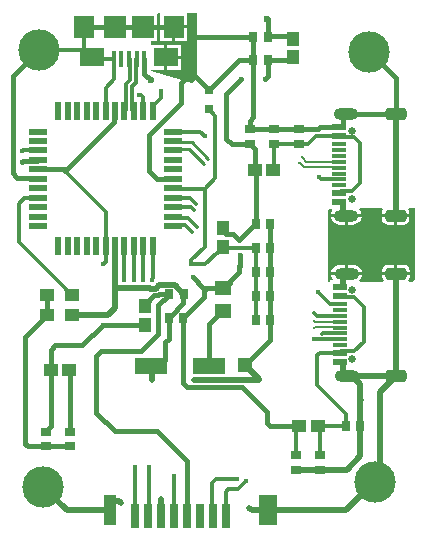
<source format=gtl>
G04*
G04 #@! TF.GenerationSoftware,Altium Limited,Altium Designer,23.4.1 (23)*
G04*
G04 Layer_Physical_Order=1*
G04 Layer_Color=255*
%FSLAX44Y44*%
%MOMM*%
G71*
G04*
G04 #@! TF.SameCoordinates,D1F9F651-E120-4EB1-B4AC-D2E1D016148F*
G04*
G04*
G04 #@! TF.FilePolarity,Positive*
G04*
G01*
G75*
%ADD10C,0.2500*%
%ADD11C,0.3000*%
%ADD12C,0.2000*%
%ADD14C,0.2540*%
%ADD15R,1.2000X1.2000*%
%ADD16R,2.7000X1.4000*%
%ADD17R,0.7000X2.0000*%
%ADD18R,1.5000X2.6000*%
%ADD19R,1.0000X2.6000*%
%ADD20R,1.1500X0.3000*%
%ADD21R,1.3000X1.1000*%
%ADD22R,0.4000X1.3500*%
%ADD23R,2.1000X1.6000*%
%ADD24R,1.8000X1.9000*%
%ADD25R,1.9000X1.9000*%
%ADD26R,1.1500X0.6000*%
%ADD27R,1.3061X1.0582*%
%ADD28R,0.5500X1.5000*%
%ADD29R,1.5000X0.5500*%
%ADD30R,1.4500X1.2000*%
%ADD31R,0.8000X0.8000*%
%ADD32R,0.8121X0.7581*%
%ADD33R,0.7581X0.8121*%
%ADD34R,1.0582X1.3061*%
%ADD50C,0.5000*%
%ADD51C,0.4000*%
G04:AMPARAMS|DCode=52|XSize=1.8mm|YSize=1mm|CornerRadius=0.25mm|HoleSize=0mm|Usage=FLASHONLY|Rotation=180.000|XOffset=0mm|YOffset=0mm|HoleType=Round|Shape=RoundedRectangle|*
%AMROUNDEDRECTD52*
21,1,1.8000,0.5000,0,0,180.0*
21,1,1.3000,1.0000,0,0,180.0*
1,1,0.5000,-0.6500,0.2500*
1,1,0.5000,0.6500,0.2500*
1,1,0.5000,0.6500,-0.2500*
1,1,0.5000,-0.6500,-0.2500*
%
%ADD52ROUNDEDRECTD52*%
%ADD53O,2.1000X1.0000*%
%ADD54C,0.6500*%
%ADD55C,3.5000*%
%ADD56C,0.5000*%
%ADD57C,0.4000*%
%ADD58C,0.3000*%
%ADD59C,0.6000*%
G36*
X1551940Y786638D02*
X1552554D01*
Y776224D01*
X1575634D01*
Y786638D01*
X1583436D01*
Y731774D01*
X1579118Y727456D01*
X1544574Y737616D01*
Y738914D01*
X1555824D01*
Y749454D01*
Y759994D01*
X1544574D01*
Y762914D01*
X1550134D01*
Y773684D01*
X1538094D01*
Y776224D01*
X1550134D01*
Y785848D01*
X1551432Y787146D01*
X1551940Y786638D01*
D02*
G37*
G36*
X1768602Y561340D02*
X1766570Y559308D01*
X1763224D01*
X1762577Y560578D01*
X1763340Y561720D01*
X1763731Y563686D01*
Y564916D01*
X1752092D01*
Y566186D01*
D01*
Y564916D01*
X1740453D01*
Y563686D01*
X1740844Y561720D01*
X1741607Y560578D01*
X1740961Y559308D01*
X1721301D01*
X1720869Y560578D01*
X1721170Y560808D01*
X1722378Y562383D01*
X1723138Y564218D01*
X1723230Y564916D01*
X1710292D01*
Y566186D01*
D01*
Y564916D01*
X1697354D01*
X1697446Y564218D01*
X1698206Y562383D01*
X1698657Y561796D01*
X1698030Y560526D01*
X1696252D01*
Y559308D01*
X1694434D01*
X1694182Y620025D01*
X1695266Y620968D01*
X1695998Y620828D01*
Y620828D01*
X1697776D01*
X1698403Y619558D01*
X1697952Y618970D01*
X1697192Y617136D01*
X1697100Y616438D01*
X1710038D01*
X1722976D01*
X1722884Y617136D01*
X1722124Y618970D01*
X1720934Y620522D01*
X1720949Y620635D01*
X1721378Y621792D01*
X1740505D01*
X1741183Y620522D01*
X1740590Y619635D01*
X1740199Y617668D01*
Y616438D01*
X1751838D01*
X1763477D01*
Y617668D01*
X1763086Y619635D01*
X1762493Y620522D01*
X1763171Y621792D01*
X1768602D01*
Y561340D01*
D02*
G37*
%LPC*%
G36*
X1575634Y773684D02*
X1565364D01*
Y762914D01*
X1575634D01*
Y773684D01*
D02*
G37*
G36*
X1562824D02*
X1552554D01*
Y762914D01*
X1562824D01*
Y773684D01*
D02*
G37*
G36*
X1570134Y759994D02*
X1558364D01*
Y750724D01*
X1570134D01*
Y759994D01*
D02*
G37*
G36*
Y748184D02*
X1558364D01*
Y738914D01*
X1570134D01*
Y748184D01*
D02*
G37*
G36*
X1722976Y613898D02*
X1711308D01*
Y607563D01*
X1715538D01*
X1717506Y607822D01*
X1719341Y608582D01*
X1720916Y609790D01*
X1722124Y611366D01*
X1722884Y613200D01*
X1722976Y613898D01*
D02*
G37*
G36*
X1708768D02*
X1697100D01*
X1697192Y613200D01*
X1697952Y611366D01*
X1699160Y609790D01*
X1700735Y608582D01*
X1702570Y607822D01*
X1704538Y607563D01*
X1708768D01*
Y613898D01*
D02*
G37*
G36*
X1763477D02*
X1753108D01*
Y607529D01*
X1758338D01*
X1760305Y607920D01*
X1761972Y609034D01*
X1763086Y610701D01*
X1763477Y612668D01*
Y613898D01*
D02*
G37*
G36*
X1750568D02*
X1740199D01*
Y612668D01*
X1740590Y610701D01*
X1741704Y609034D01*
X1743371Y607920D01*
X1745338Y607529D01*
X1750568D01*
Y613898D01*
D02*
G37*
G36*
X1758592Y573825D02*
X1753362D01*
Y567456D01*
X1763731D01*
Y568686D01*
X1763340Y570653D01*
X1762226Y572320D01*
X1760558Y573433D01*
X1758592Y573825D01*
D02*
G37*
G36*
X1715792Y573791D02*
X1711562D01*
Y567456D01*
X1723230D01*
X1723138Y568154D01*
X1722378Y569989D01*
X1721170Y571564D01*
X1719595Y572772D01*
X1717760Y573532D01*
X1715792Y573791D01*
D02*
G37*
G36*
X1750822Y573825D02*
X1745592D01*
X1743625Y573433D01*
X1741958Y572320D01*
X1740844Y570653D01*
X1740453Y568686D01*
Y567456D01*
X1750822D01*
Y573825D01*
D02*
G37*
G36*
X1709022Y573791D02*
X1704792D01*
X1702824Y573532D01*
X1700990Y572772D01*
X1699414Y571564D01*
X1698206Y569989D01*
X1697446Y568154D01*
X1697354Y567456D01*
X1709022D01*
Y573791D01*
D02*
G37*
%LPD*%
D10*
X1563220Y670430D02*
X1564450Y671660D01*
X1576748D02*
X1589028Y659380D01*
X1563220Y678430D02*
X1564450Y677200D01*
X1589028Y659380D02*
X1589278Y659130D01*
X1589028Y659380D02*
Y659380D01*
X1564450Y671660D02*
X1576748D01*
X1564450Y677200D02*
X1579043D01*
X1593195Y663047D01*
D11*
X1522094Y589304D02*
X1522220Y589430D01*
X1522094Y560704D02*
Y589304D01*
X1521968Y560578D02*
X1522094Y560704D01*
X1530158Y560640D02*
Y589368D01*
X1530220Y589430D01*
X1530096Y560578D02*
X1530158Y560640D01*
X1538220Y589430D02*
X1538222Y589428D01*
Y560834D02*
Y589428D01*
Y560834D02*
X1538224Y560832D01*
X1546286Y562053D02*
Y589364D01*
X1545590Y561357D02*
X1546286Y562053D01*
X1545590Y561086D02*
Y561357D01*
X1575757Y613200D02*
X1583591Y605366D01*
X1564450Y613200D02*
X1575757D01*
X1573463Y607660D02*
X1579674Y601449D01*
X1564450Y607660D02*
X1573463D01*
X1563220Y606430D02*
X1564450Y607660D01*
X1563220Y614430D02*
X1564450Y613200D01*
X1690236Y515486D02*
X1704542D01*
X1689862Y515112D02*
X1690236Y515486D01*
X1685156Y530486D02*
X1704542D01*
X1683004Y532638D02*
X1685156Y530486D01*
X1577592Y630430D02*
X1582674Y625348D01*
X1563220Y630430D02*
X1577592D01*
X1563220Y622430D02*
X1578480D01*
X1581150Y619760D01*
X1696238Y540486D02*
X1704542D01*
X1686497Y550227D02*
X1696238Y540486D01*
X1546220Y589430D02*
X1546286Y589364D01*
X1578864Y574294D02*
Y577596D01*
X1435354Y669798D02*
X1435625D01*
X1436221Y670394D01*
X1449184D01*
X1432814Y593298D02*
Y625369D01*
X1448565Y629775D02*
X1449220Y630430D01*
X1437220Y629775D02*
X1448565D01*
X1432814Y625369D02*
X1437220Y629775D01*
X1477112Y548000D02*
X1478112D01*
X1473112Y552000D02*
X1477112Y548000D01*
X1473112Y552000D02*
Y553000D01*
X1432814Y593298D02*
X1473112Y553000D01*
X1531070Y360680D02*
X1531218Y360828D01*
Y402442D01*
X1531366Y402590D01*
X1543113Y402145D02*
X1543304Y402336D01*
X1542070Y360680D02*
X1543113Y361723D01*
Y402145D01*
X1564070Y360680D02*
X1564101Y360711D01*
Y394431D01*
X1564132Y394462D01*
X1506220Y589430D02*
Y618238D01*
X1471550Y652908D02*
X1506220Y618238D01*
X1471550Y652908D02*
Y654430D01*
X1538220Y703430D02*
Y715331D01*
X1534922Y717550D02*
X1535113Y717359D01*
X1536192D02*
X1538220Y715331D01*
X1535113Y717359D02*
X1536192D01*
X1682804Y510486D02*
X1704542D01*
X1682750Y510540D02*
X1682804Y510486D01*
X1704418Y499110D02*
X1705688Y500380D01*
X1716786D01*
X1724660Y508254D02*
Y538226D01*
X1716786Y500380D02*
X1724660Y508254D01*
X1704542Y546986D02*
X1705392Y546136D01*
X1716750D01*
X1724660Y538226D01*
X1546220Y703430D02*
Y708180D01*
X1553019Y714979D01*
Y720407D01*
X1553210Y720598D01*
X1704288Y682368D02*
X1705138Y681518D01*
X1716750D01*
X1721612Y676656D01*
Y642874D02*
Y676656D01*
X1714538Y635800D02*
X1721612Y642874D01*
X1704288Y634368D02*
X1705720Y635800D01*
X1714538D01*
X1590531Y682244D02*
X1590802D01*
X1586345Y686430D02*
X1590531Y682244D01*
X1563220Y686430D02*
X1586345D01*
X1590040Y637794D02*
X1599184Y646938D01*
X1593596Y705236D02*
X1599184Y699648D01*
Y646938D02*
Y699648D01*
X1688900Y645868D02*
X1704288D01*
X1686814Y647954D02*
X1688900Y645868D01*
X1506220Y576326D02*
Y589430D01*
X1504188Y574294D02*
X1506220Y576326D01*
X1449184Y670394D02*
X1449220Y670430D01*
X1590040Y588772D02*
Y637794D01*
X1578864Y577596D02*
X1590040Y588772D01*
X1605280Y587759D02*
Y588998D01*
X1601489Y583968D02*
X1605280Y587759D01*
X1600250Y583968D02*
X1601489D01*
X1590576Y574294D02*
X1600250Y583968D01*
X1578864Y574294D02*
X1590576D01*
X1687830Y499110D02*
X1704418D01*
X1685544Y471424D02*
Y496824D01*
X1687830Y499110D01*
X1709500Y437388D02*
Y447468D01*
X1685544Y471424D02*
X1709500Y447468D01*
X1610339Y383540D02*
X1618488D01*
X1608070Y360680D02*
Y381271D01*
X1610339Y383540D01*
X1618488D02*
X1625346Y390398D01*
X1596644Y361106D02*
X1597070Y360680D01*
X1596644Y361106D02*
Y388874D01*
X1599946Y392176D01*
X1617218D01*
X1648460Y654417D02*
Y675720D01*
X1684144Y682368D02*
X1704288D01*
X1677496Y675720D02*
X1684144Y682368D01*
X1670050Y675720D02*
X1677496D01*
X1648460D02*
X1670050D01*
X1648093Y654050D02*
X1648460Y654417D01*
X1563220Y638430D02*
X1563856Y637794D01*
X1590040D01*
X1488094Y755954D02*
X1488398Y755650D01*
X1488898D01*
X1449578D02*
X1488398D01*
X1488898D02*
X1495094Y749454D01*
X1488094Y755954D02*
Y774954D01*
X1496344Y748204D02*
X1513094D01*
X1495094Y749454D02*
X1496344Y748204D01*
X1513078Y748188D02*
X1513094Y748204D01*
X1513078Y730504D02*
Y748188D01*
X1506220Y703430D02*
Y723646D01*
X1513078Y730504D01*
X1528990Y724730D02*
X1532114Y727854D01*
Y747724D01*
X1528990Y704660D02*
X1530220Y703430D01*
X1528990Y704660D02*
Y724730D01*
X1526574Y730149D02*
Y747724D01*
X1526094Y748204D02*
X1526574Y747724D01*
X1532114D02*
X1532594Y748204D01*
X1523450Y704660D02*
Y727025D01*
X1526574Y730149D01*
X1522220Y703430D02*
X1523450Y704660D01*
X1606268Y588010D02*
X1633220D01*
X1633260Y567730D02*
X1633300Y567690D01*
X1633260Y567730D02*
Y587970D01*
X1633220Y588010D02*
X1633260Y587970D01*
X1633300Y547370D02*
Y567690D01*
Y527050D02*
Y547370D01*
X1667868Y412698D02*
Y434980D01*
X1670276Y437388D01*
X1685798D02*
X1709500D01*
X1688188Y412778D02*
Y434998D01*
D12*
X1683021Y520192D02*
X1683521Y520692D01*
X1693909Y525232D02*
X1693932Y525256D01*
X1682750Y525732D02*
X1683021D01*
X1693932Y525256D02*
X1704312D01*
X1695789Y520692D02*
X1695813Y520716D01*
X1683521Y520692D02*
X1695789D01*
X1682750Y520192D02*
X1683021D01*
X1683521Y525232D02*
X1693909D01*
X1683021Y525732D02*
X1683521Y525232D01*
X1704312Y525256D02*
X1704542Y525486D01*
X1695813Y520716D02*
X1704312D01*
X1704542Y520486D01*
X1670241Y659447D02*
X1670981D01*
X1704058Y656098D02*
X1704288Y655868D01*
X1670981Y659447D02*
X1674329Y656098D01*
X1704058D01*
X1670050Y659638D02*
X1670241Y659447D01*
X1676210Y660638D02*
X1704058D01*
X1673035Y663812D02*
X1676210Y660638D01*
X1673035Y663812D02*
Y664527D01*
X1672844Y664718D02*
X1673035Y664527D01*
X1704058Y660638D02*
X1704288Y660868D01*
D14*
X1685798Y437388D02*
X1688188Y434998D01*
D15*
X1624570Y488680D02*
D03*
D16*
X1545070Y487680D02*
D03*
X1594070D02*
D03*
D17*
X1608070Y360680D02*
D03*
X1597070D02*
D03*
X1586070D02*
D03*
X1575070D02*
D03*
X1564070D02*
D03*
X1553070D02*
D03*
X1542070D02*
D03*
X1531070D02*
D03*
D18*
X1643570Y365680D02*
D03*
D19*
X1510070D02*
D03*
D20*
X1704288Y655868D02*
D03*
X1704542Y525486D02*
D03*
Y520486D02*
D03*
Y530486D02*
D03*
Y535486D02*
D03*
Y540486D02*
D03*
Y515486D02*
D03*
Y510486D02*
D03*
Y505486D02*
D03*
X1704288Y660868D02*
D03*
Y665868D02*
D03*
Y670868D02*
D03*
Y675868D02*
D03*
Y650868D02*
D03*
Y645868D02*
D03*
Y640868D02*
D03*
D21*
X1457112Y548000D02*
D03*
X1478112D02*
D03*
Y531500D02*
D03*
X1457112D02*
D03*
D22*
X1526094Y748204D02*
D03*
X1532594D02*
D03*
X1519594D02*
D03*
X1539094D02*
D03*
X1513094D02*
D03*
D23*
X1557094Y749454D02*
D03*
X1495094D02*
D03*
D24*
X1564094Y774954D02*
D03*
X1488094D02*
D03*
D25*
X1538094D02*
D03*
X1514094D02*
D03*
D26*
X1704542Y490986D02*
D03*
Y554986D02*
D03*
Y498986D02*
D03*
Y546986D02*
D03*
X1704288Y626368D02*
D03*
Y690368D02*
D03*
Y634368D02*
D03*
Y682368D02*
D03*
D27*
X1475373Y484378D02*
D03*
X1459851D02*
D03*
X1670276Y437388D02*
D03*
X1685798D02*
D03*
X1632571Y654050D02*
D03*
X1648093D02*
D03*
D28*
X1466220Y703430D02*
D03*
X1474220D02*
D03*
X1482220D02*
D03*
X1490220D02*
D03*
X1498220D02*
D03*
X1506220D02*
D03*
X1514220D02*
D03*
X1522220D02*
D03*
X1530220D02*
D03*
X1538220D02*
D03*
X1546220D02*
D03*
Y589430D02*
D03*
X1538220D02*
D03*
X1530220D02*
D03*
X1522220D02*
D03*
X1514220D02*
D03*
X1506220D02*
D03*
X1498220D02*
D03*
X1490220D02*
D03*
X1482220D02*
D03*
X1474220D02*
D03*
X1466220D02*
D03*
D29*
X1563220Y686430D02*
D03*
Y678430D02*
D03*
Y670430D02*
D03*
Y662430D02*
D03*
Y654430D02*
D03*
Y646430D02*
D03*
Y638430D02*
D03*
Y630430D02*
D03*
Y622430D02*
D03*
Y614430D02*
D03*
Y606430D02*
D03*
X1449220D02*
D03*
Y614430D02*
D03*
Y622430D02*
D03*
Y630430D02*
D03*
Y638430D02*
D03*
Y646430D02*
D03*
Y654430D02*
D03*
Y662430D02*
D03*
Y670430D02*
D03*
Y678430D02*
D03*
Y686430D02*
D03*
D30*
X1606042Y554322D02*
D03*
Y534322D02*
D03*
D31*
X1593596Y721736D02*
D03*
Y705236D02*
D03*
D32*
X1667868Y412698D02*
D03*
Y400158D02*
D03*
X1455428Y432320D02*
D03*
Y419780D02*
D03*
X1475748Y432400D02*
D03*
Y419860D02*
D03*
X1670050Y675720D02*
D03*
Y688260D02*
D03*
X1648460Y675720D02*
D03*
Y688260D02*
D03*
X1628140Y675720D02*
D03*
Y688260D02*
D03*
X1688188Y412778D02*
D03*
Y400238D02*
D03*
D33*
X1633300Y527050D02*
D03*
X1645840D02*
D03*
X1633300Y547370D02*
D03*
X1645840D02*
D03*
X1633300Y567690D02*
D03*
X1645840D02*
D03*
X1633220Y588010D02*
D03*
X1645760D02*
D03*
X1633300Y608330D02*
D03*
X1645840D02*
D03*
X1559720Y548640D02*
D03*
X1572260D02*
D03*
X1572180Y528320D02*
D03*
X1559640D02*
D03*
X1643808Y766826D02*
D03*
X1631268D02*
D03*
X1643808Y747268D02*
D03*
X1631268D02*
D03*
X1709500Y437388D02*
D03*
X1722040D02*
D03*
D34*
X1605280Y604520D02*
D03*
Y588998D02*
D03*
X1539240Y522958D02*
D03*
Y538480D02*
D03*
X1664970Y749667D02*
D03*
Y765189D02*
D03*
D50*
X1738630Y394462D02*
Y466324D01*
X1752092Y479786D01*
X1709848Y365680D02*
X1738630Y394462D01*
X1714853Y479786D02*
X1752092D01*
X1624570Y488680D02*
X1636014Y477236D01*
Y475996D02*
Y477236D01*
X1545070Y487680D02*
X1545590Y487160D01*
Y475996D02*
Y487160D01*
X1581150Y475996D02*
X1636014D01*
X1722040Y437388D02*
Y472599D01*
X1514220Y553720D02*
Y589430D01*
Y537336D02*
Y553720D01*
X1572243Y548623D02*
Y548927D01*
X1551531Y556201D02*
X1564969D01*
X1544074Y553300D02*
X1548630D01*
X1514220Y553720D02*
X1543654D01*
X1548630Y553300D02*
X1551531Y556201D01*
X1564969D02*
X1572243Y548927D01*
X1543654Y553720D02*
X1544074Y553300D01*
X1629998Y365680D02*
X1643570D01*
X1627886Y367792D02*
X1629998Y365680D01*
X1512570Y373634D02*
X1517650D01*
X1519428Y371856D01*
X1510070Y365680D02*
Y371134D01*
X1512570Y373634D01*
X1552956Y360794D02*
X1553070Y360680D01*
X1552956Y360794D02*
Y374904D01*
X1752092Y479786D02*
Y566186D01*
X1751838Y615168D02*
Y701568D01*
X1704288Y626368D02*
X1706663D01*
X1707163Y625868D01*
Y617478D02*
Y625868D01*
Y617478D02*
X1709473Y615168D01*
X1710038D01*
X1704542Y554986D02*
X1706917D01*
X1707417Y555486D01*
Y563876D01*
X1709727Y566186D01*
X1710292D01*
X1478112Y531500D02*
X1508384D01*
X1514220Y537336D01*
X1709727Y479786D02*
X1710292D01*
X1707417Y482096D02*
X1709727Y479786D01*
X1707417Y482096D02*
Y490486D01*
X1706917Y490986D02*
X1707417Y490486D01*
X1704542Y490986D02*
X1706917D01*
X1473534Y365680D02*
X1510070D01*
X1453642Y385572D02*
X1473534Y365680D01*
X1643570D02*
X1709848D01*
X1714853Y479786D02*
X1722040Y472599D01*
X1710292Y479786D02*
X1714853D01*
X1688188Y400238D02*
X1710878D01*
X1722040Y411400D02*
Y437388D01*
X1710878Y400238D02*
X1722040Y411400D01*
X1688148Y400198D02*
X1688188Y400238D01*
X1667908Y400198D02*
X1688148D01*
X1667868Y400158D02*
X1667908Y400198D01*
D51*
X1547321Y547800D02*
X1550908D01*
X1539240Y539719D02*
X1547321Y547800D01*
X1550908D02*
X1551748Y548640D01*
X1559720D01*
X1620146Y572944D02*
Y582302D01*
X1619504Y572302D02*
X1620146Y572944D01*
X1619504Y567784D02*
Y572302D01*
X1633300Y608060D02*
Y653321D01*
X1608571Y599990D02*
X1613874D01*
X1605280Y603281D02*
Y604520D01*
X1619250Y594614D02*
X1629156Y604520D01*
X1613874Y599990D02*
X1619250Y594614D01*
X1629156Y604520D02*
X1629760D01*
X1605280Y603281D02*
X1608571Y599990D01*
X1629760Y604520D02*
X1633300Y608060D01*
X1592129Y554322D02*
X1606042D01*
X1589184D02*
X1592129D01*
X1580642Y562864D02*
X1589184Y554322D01*
X1606042D02*
X1607292D01*
X1611292Y558322D01*
Y559572D01*
X1619504Y567784D01*
X1435608Y660908D02*
X1436380Y661680D01*
X1448470D01*
X1449220Y662430D01*
X1459851Y436743D02*
Y484378D01*
X1431556Y647180D02*
X1448470D01*
X1427480Y651256D02*
Y733552D01*
Y651256D02*
X1431556Y647180D01*
X1449220Y654430D02*
X1471550D01*
Y652908D02*
X1513470Y694828D01*
Y702680D01*
X1514220Y703430D01*
X1539094Y735454D02*
Y748204D01*
Y735454D02*
X1544574Y729974D01*
Y729742D02*
Y729974D01*
X1427480Y733552D02*
X1449578Y755650D01*
X1448470Y647180D02*
X1449220Y646430D01*
X1643808Y733472D02*
Y747268D01*
X1641094Y730758D02*
X1643808Y733472D01*
Y747268D02*
X1662571D01*
X1664970Y749667D01*
X1608582Y680466D02*
Y717804D01*
X1621282Y730504D01*
X1613328Y675720D02*
X1628140D01*
X1608582Y680466D02*
X1613328Y675720D01*
X1569974Y710438D02*
Y727710D01*
X1575054Y732790D01*
X1543304Y652780D02*
Y683768D01*
X1569974Y710438D01*
X1549654Y646430D02*
X1563220D01*
X1543304Y652780D02*
X1549654Y646430D01*
X1710038Y701568D02*
X1751838D01*
X1513897Y432816D02*
X1550060D01*
X1575070Y407806D01*
Y360680D02*
Y407806D01*
X1498346Y448367D02*
X1513897Y432816D01*
X1498346Y448367D02*
Y496316D01*
X1502410Y500380D01*
X1536446D02*
X1550924Y514858D01*
X1502410Y500380D02*
X1536446D01*
X1550924Y514858D02*
Y539574D01*
X1559720Y548370D02*
Y548640D01*
X1550924Y539574D02*
X1559720Y548370D01*
X1459738Y484491D02*
X1459851Y484378D01*
X1459738Y501650D02*
X1463802Y505714D01*
X1459738Y484491D02*
Y501650D01*
X1463802Y505714D02*
X1486662D01*
X1503906Y522958D02*
X1539240D01*
X1486662Y505714D02*
X1503906Y522958D01*
X1539240Y538480D02*
Y539719D01*
X1642872Y439731D02*
Y448564D01*
X1645215Y437388D02*
X1670276D01*
X1642872Y439731D02*
X1645215Y437388D01*
X1621536Y469900D02*
X1642872Y448564D01*
X1575562Y469900D02*
X1621536D01*
X1572180Y473282D02*
X1575562Y469900D01*
X1572180Y473282D02*
Y528320D01*
X1628410Y675720D02*
X1632571Y671559D01*
X1628140Y675720D02*
X1628410D01*
X1632571Y654050D02*
Y671559D01*
X1643300Y767572D02*
X1662587D01*
X1643300D02*
X1643467Y767739D01*
Y781725D01*
X1643126Y782066D02*
X1643467Y781725D01*
X1578864Y766826D02*
X1631268D01*
X1578356Y767334D02*
X1578864Y766826D01*
X1579748Y735584D02*
X1593596Y721736D01*
X1577086Y735584D02*
X1579748D01*
X1751838Y701568D02*
Y731520D01*
X1729486Y753872D02*
X1751838Y731520D01*
X1589786Y546196D02*
Y551979D01*
X1592129Y554322D01*
X1572180Y528320D02*
Y528590D01*
X1589786Y546196D01*
X1488094Y774954D02*
X1514094D01*
X1538094D01*
X1564094D01*
X1628140Y688260D02*
X1648460D01*
X1631268Y698574D02*
Y746998D01*
X1628140Y688260D02*
X1628401Y688521D01*
Y695707D02*
X1631268Y698574D01*
X1628401Y688521D02*
Y695707D01*
X1619128Y747268D02*
X1631268D01*
X1593596Y721736D02*
X1619128Y747268D01*
X1475748Y432400D02*
Y484003D01*
X1475373Y484378D02*
X1475748Y484003D01*
X1437894Y422205D02*
Y512282D01*
X1455346Y419862D02*
X1455428Y419780D01*
X1440237Y419862D02*
X1455346D01*
X1437894Y422205D02*
X1440237Y419862D01*
X1456112Y531500D02*
X1457112D01*
X1452612Y528000D02*
X1456112Y531500D01*
X1452612Y527000D02*
Y528000D01*
X1437894Y512282D02*
X1452612Y527000D01*
X1632571Y654050D02*
X1633300Y653321D01*
X1704288Y690368D02*
X1706163D01*
X1707163Y691368D01*
Y698796D01*
X1709935Y701568D01*
X1710038D01*
X1687878Y690368D02*
X1704288D01*
X1685770Y688260D02*
X1687878Y690368D01*
X1670050Y688260D02*
X1685770D01*
X1648460D02*
X1670050D01*
X1631268Y747268D02*
Y766826D01*
X1662587Y767572D02*
X1664970Y765189D01*
X1559640Y528590D02*
X1561431Y530381D01*
X1559640Y511005D02*
Y528590D01*
X1561431Y530381D02*
X1561701D01*
X1572243Y540923D01*
Y548623D01*
X1545070Y487680D02*
X1551570D01*
X1556570Y492680D01*
Y507935D01*
X1559640Y511005D01*
X1457112Y531500D02*
Y548000D01*
X1455428Y432320D02*
X1455698D01*
X1457489Y434111D01*
Y434381D01*
X1459851Y436743D01*
X1475708Y419820D02*
X1475748Y419860D01*
X1455468Y419820D02*
X1475708D01*
X1455428Y419780D02*
X1455468Y419820D01*
X1645840Y527050D02*
Y547370D01*
Y509950D02*
Y527050D01*
X1624570Y488680D02*
X1645840Y509950D01*
X1645760Y588010D02*
X1645800Y588050D01*
Y608290D01*
X1645840Y608330D01*
X1645800Y567730D02*
X1645840Y567690D01*
X1645800Y567730D02*
Y587970D01*
X1645760Y588010D02*
X1645800Y587970D01*
X1645840Y547370D02*
Y567690D01*
X1594070Y487680D02*
Y523600D01*
X1604792Y534322D01*
X1606042D01*
D52*
X1752092Y479786D02*
D03*
Y566186D02*
D03*
X1751838Y615168D02*
D03*
Y701568D02*
D03*
D53*
X1710292Y479786D02*
D03*
Y566186D02*
D03*
X1710038Y615168D02*
D03*
Y701568D02*
D03*
D54*
X1715292Y551886D02*
D03*
Y494086D02*
D03*
X1715038Y687268D02*
D03*
Y629468D02*
D03*
D55*
X1734058Y389890D02*
D03*
X1449578Y755650D02*
D03*
X1729486Y753872D02*
D03*
X1453642Y385572D02*
D03*
D56*
X1545590Y475996D02*
D03*
X1581150D02*
D03*
X1636014D02*
D03*
X1722120Y458978D02*
D03*
D57*
X1521968Y560578D02*
D03*
X1530096D02*
D03*
X1538224Y560832D02*
D03*
X1545590Y561086D02*
D03*
X1620146Y582302D02*
D03*
X1686306Y550418D02*
D03*
X1619250Y594614D02*
D03*
X1580642Y562864D02*
D03*
X1578864Y574294D02*
D03*
X1503906Y522958D02*
D03*
X1435608Y660908D02*
D03*
X1435354Y669798D02*
D03*
X1459992Y467360D02*
D03*
X1627886Y367792D02*
D03*
X1519428Y371856D02*
D03*
X1552956Y374904D02*
D03*
X1531366Y402590D02*
D03*
X1543304Y402336D02*
D03*
X1564132Y394462D02*
D03*
X1534922Y717550D02*
D03*
X1682750Y510540D02*
D03*
X1553210Y720598D02*
D03*
X1641094Y730758D02*
D03*
X1621282Y730504D02*
D03*
X1590802Y682244D02*
D03*
X1686814Y647954D02*
D03*
X1504188Y574294D02*
D03*
X1617218Y392176D02*
D03*
X1625346Y390398D02*
D03*
D58*
X1579674Y601449D02*
D03*
X1683004Y532638D02*
D03*
X1689862Y515112D02*
D03*
X1582674Y625348D02*
D03*
X1581150Y619760D02*
D03*
X1593195Y663047D02*
D03*
X1589278Y659130D02*
D03*
X1682750Y525732D02*
D03*
Y520192D02*
D03*
X1583591Y605366D02*
D03*
X1672844Y664718D02*
D03*
X1670050Y659638D02*
D03*
D59*
X1544574Y729742D02*
D03*
X1643126Y782066D02*
D03*
M02*

</source>
